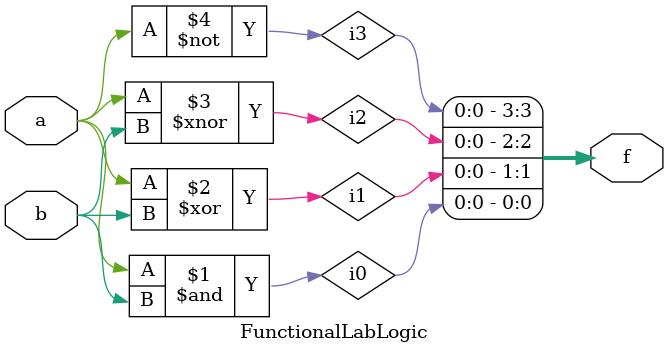
<source format=v>
module FunctionalLabLogic (
	input wire a, 
	input wire b, 
	output wire[3:0] f
	);
	wire i0, i1, i2, i3;
	
	assign i0 = a&b;
	assign i1 = a^b;
	assign i2 = a~^b;
	assign i3 = ~a;
	assign f = {i3, i2, i1, i0};
endmodule
</source>
